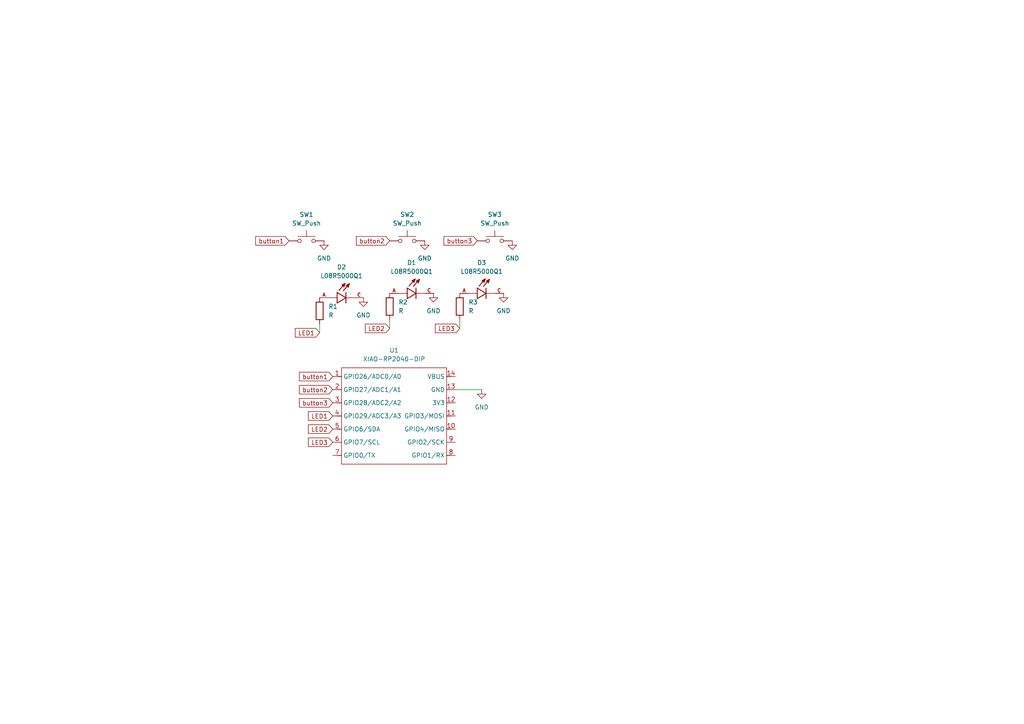
<source format=kicad_sch>
(kicad_sch
	(version 20250114)
	(generator "eeschema")
	(generator_version "9.0")
	(uuid "4300a03f-a91f-45d3-9d07-51c75ea27edd")
	(paper "A4")
	(lib_symbols
		(symbol "Device:R"
			(pin_numbers
				(hide yes)
			)
			(pin_names
				(offset 0)
			)
			(exclude_from_sim no)
			(in_bom yes)
			(on_board yes)
			(property "Reference" "R"
				(at 2.032 0 90)
				(effects
					(font
						(size 1.27 1.27)
					)
				)
			)
			(property "Value" "R"
				(at 0 0 90)
				(effects
					(font
						(size 1.27 1.27)
					)
				)
			)
			(property "Footprint" ""
				(at -1.778 0 90)
				(effects
					(font
						(size 1.27 1.27)
					)
					(hide yes)
				)
			)
			(property "Datasheet" "~"
				(at 0 0 0)
				(effects
					(font
						(size 1.27 1.27)
					)
					(hide yes)
				)
			)
			(property "Description" "Resistor"
				(at 0 0 0)
				(effects
					(font
						(size 1.27 1.27)
					)
					(hide yes)
				)
			)
			(property "ki_keywords" "R res resistor"
				(at 0 0 0)
				(effects
					(font
						(size 1.27 1.27)
					)
					(hide yes)
				)
			)
			(property "ki_fp_filters" "R_*"
				(at 0 0 0)
				(effects
					(font
						(size 1.27 1.27)
					)
					(hide yes)
				)
			)
			(symbol "R_0_1"
				(rectangle
					(start -1.016 -2.54)
					(end 1.016 2.54)
					(stroke
						(width 0.254)
						(type default)
					)
					(fill
						(type none)
					)
				)
			)
			(symbol "R_1_1"
				(pin passive line
					(at 0 3.81 270)
					(length 1.27)
					(name "~"
						(effects
							(font
								(size 1.27 1.27)
							)
						)
					)
					(number "1"
						(effects
							(font
								(size 1.27 1.27)
							)
						)
					)
				)
				(pin passive line
					(at 0 -3.81 90)
					(length 1.27)
					(name "~"
						(effects
							(font
								(size 1.27 1.27)
							)
						)
					)
					(number "2"
						(effects
							(font
								(size 1.27 1.27)
							)
						)
					)
				)
			)
			(embedded_fonts no)
		)
		(symbol "L08R5000Q1:L08R5000Q1"
			(pin_names
				(offset 1.016)
			)
			(exclude_from_sim no)
			(in_bom yes)
			(on_board yes)
			(property "Reference" "D"
				(at -3.0988 4.4958 0)
				(effects
					(font
						(size 1.27 1.27)
					)
					(justify left bottom)
				)
			)
			(property "Value" "L08R5000Q1"
				(at -3.556 -3.302 0)
				(effects
					(font
						(size 1.27 1.27)
					)
					(justify left bottom)
				)
			)
			(property "Footprint" "L08R5000Q1:LEDRD254W57D500H1070"
				(at 0 0 0)
				(effects
					(font
						(size 1.27 1.27)
					)
					(justify bottom)
					(hide yes)
				)
			)
			(property "Datasheet" ""
				(at 0 0 0)
				(effects
					(font
						(size 1.27 1.27)
					)
					(hide yes)
				)
			)
			(property "Description" ""
				(at 0 0 0)
				(effects
					(font
						(size 1.27 1.27)
					)
					(hide yes)
				)
			)
			(property "MF" "LED Technology"
				(at 0 0 0)
				(effects
					(font
						(size 1.27 1.27)
					)
					(justify bottom)
					(hide yes)
				)
			)
			(property "MAXIMUM_PACKAGE_HEIGHT" "10.7mm"
				(at 0 0 0)
				(effects
					(font
						(size 1.27 1.27)
					)
					(justify bottom)
					(hide yes)
				)
			)
			(property "Package" "None"
				(at 0 0 0)
				(effects
					(font
						(size 1.27 1.27)
					)
					(justify bottom)
					(hide yes)
				)
			)
			(property "Price" "None"
				(at 0 0 0)
				(effects
					(font
						(size 1.27 1.27)
					)
					(justify bottom)
					(hide yes)
				)
			)
			(property "Check_prices" "https://www.snapeda.com/parts/L08R5000Q1/LED+Technology/view-part/?ref=eda"
				(at 0 0 0)
				(effects
					(font
						(size 1.27 1.27)
					)
					(justify bottom)
					(hide yes)
				)
			)
			(property "STANDARD" "IPC-7351B"
				(at 0 0 0)
				(effects
					(font
						(size 1.27 1.27)
					)
					(justify bottom)
					(hide yes)
				)
			)
			(property "PARTREV" "NA"
				(at 0 0 0)
				(effects
					(font
						(size 1.27 1.27)
					)
					(justify bottom)
					(hide yes)
				)
			)
			(property "SnapEDA_Link" "https://www.snapeda.com/parts/L08R5000Q1/LED+Technology/view-part/?ref=snap"
				(at 0 0 0)
				(effects
					(font
						(size 1.27 1.27)
					)
					(justify bottom)
					(hide yes)
				)
			)
			(property "MP" "L08R5000Q1"
				(at 0 0 0)
				(effects
					(font
						(size 1.27 1.27)
					)
					(justify bottom)
					(hide yes)
				)
			)
			(property "Description_1" "LED, 5MM, ORANGE; LED / Lamp Size: 5mm / T-1 3/4; LED Colour: Orange; Typ Luminous Intensity: 4.3mcd; Viewing Angle: ..."
				(at 0 0 0)
				(effects
					(font
						(size 1.27 1.27)
					)
					(justify bottom)
					(hide yes)
				)
			)
			(property "Availability" "Not in stock"
				(at 0 0 0)
				(effects
					(font
						(size 1.27 1.27)
					)
					(justify bottom)
					(hide yes)
				)
			)
			(property "MANUFACTURER" "LED TECHNOLOGY"
				(at 0 0 0)
				(effects
					(font
						(size 1.27 1.27)
					)
					(justify bottom)
					(hide yes)
				)
			)
			(symbol "L08R5000Q1_0_0"
				(polyline
					(pts
						(xy -2.54 1.524) (xy -2.54 0)
					)
					(stroke
						(width 0.254)
						(type default)
					)
					(fill
						(type none)
					)
				)
				(polyline
					(pts
						(xy -2.54 0) (xy -5.08 0)
					)
					(stroke
						(width 0.1524)
						(type default)
					)
					(fill
						(type none)
					)
				)
				(polyline
					(pts
						(xy -2.54 0) (xy -2.54 -1.524)
					)
					(stroke
						(width 0.254)
						(type default)
					)
					(fill
						(type none)
					)
				)
				(polyline
					(pts
						(xy -2.54 -1.524) (xy 0 0)
					)
					(stroke
						(width 0.254)
						(type default)
					)
					(fill
						(type none)
					)
				)
				(polyline
					(pts
						(xy -1.1176 3.683) (xy -0.2286 4.1656)
					)
					(stroke
						(width 0.254)
						(type default)
					)
					(fill
						(type none)
					)
				)
				(polyline
					(pts
						(xy -0.9398 3.6068) (xy -0.7112 3.7592)
					)
					(stroke
						(width 0.254)
						(type default)
					)
					(fill
						(type none)
					)
				)
				(polyline
					(pts
						(xy -0.5588 3.2004) (xy -1.1176 3.683)
					)
					(stroke
						(width 0.254)
						(type default)
					)
					(fill
						(type none)
					)
				)
				(polyline
					(pts
						(xy -0.5588 3.2004) (xy -0.5334 3.937)
					)
					(stroke
						(width 0.254)
						(type default)
					)
					(fill
						(type none)
					)
				)
				(polyline
					(pts
						(xy -0.5334 3.937) (xy -0.6604 3.937)
					)
					(stroke
						(width 0.254)
						(type default)
					)
					(fill
						(type none)
					)
				)
				(polyline
					(pts
						(xy -0.2286 4.1656) (xy -2.0066 2.1336)
					)
					(stroke
						(width 0.254)
						(type default)
					)
					(fill
						(type none)
					)
				)
				(polyline
					(pts
						(xy -0.2286 4.1656) (xy -0.5588 3.2004)
					)
					(stroke
						(width 0.254)
						(type default)
					)
					(fill
						(type none)
					)
				)
				(polyline
					(pts
						(xy 0 1.524) (xy 0 0)
					)
					(stroke
						(width 0.254)
						(type default)
					)
					(fill
						(type none)
					)
				)
				(polyline
					(pts
						(xy 0 0) (xy -2.54 1.524)
					)
					(stroke
						(width 0.254)
						(type default)
					)
					(fill
						(type none)
					)
				)
				(polyline
					(pts
						(xy 0 0) (xy 0 -1.524)
					)
					(stroke
						(width 0.254)
						(type default)
					)
					(fill
						(type none)
					)
				)
				(polyline
					(pts
						(xy 0.127 3.5814) (xy 1.016 4.064)
					)
					(stroke
						(width 0.254)
						(type default)
					)
					(fill
						(type none)
					)
				)
				(polyline
					(pts
						(xy 0.3048 3.5052) (xy 0.5334 3.6576)
					)
					(stroke
						(width 0.254)
						(type default)
					)
					(fill
						(type none)
					)
				)
				(polyline
					(pts
						(xy 0.6858 3.0988) (xy 0.127 3.5814)
					)
					(stroke
						(width 0.254)
						(type default)
					)
					(fill
						(type none)
					)
				)
				(polyline
					(pts
						(xy 0.6858 3.0988) (xy 0.7112 3.8354)
					)
					(stroke
						(width 0.254)
						(type default)
					)
					(fill
						(type none)
					)
				)
				(polyline
					(pts
						(xy 0.7112 3.8354) (xy 0.5842 3.8354)
					)
					(stroke
						(width 0.254)
						(type default)
					)
					(fill
						(type none)
					)
				)
				(polyline
					(pts
						(xy 1.016 4.064) (xy -0.762 2.032)
					)
					(stroke
						(width 0.254)
						(type default)
					)
					(fill
						(type none)
					)
				)
				(polyline
					(pts
						(xy 1.016 4.064) (xy 0.6858 3.0988)
					)
					(stroke
						(width 0.254)
						(type default)
					)
					(fill
						(type none)
					)
				)
				(polyline
					(pts
						(xy 2.54 0) (xy 0 0)
					)
					(stroke
						(width 0.1524)
						(type default)
					)
					(fill
						(type none)
					)
				)
				(pin passive line
					(at -7.62 0 0)
					(length 2.54)
					(name "~"
						(effects
							(font
								(size 1.016 1.016)
							)
						)
					)
					(number "A"
						(effects
							(font
								(size 1.016 1.016)
							)
						)
					)
				)
				(pin passive line
					(at 5.08 0 180)
					(length 2.54)
					(name "~"
						(effects
							(font
								(size 1.016 1.016)
							)
						)
					)
					(number "C"
						(effects
							(font
								(size 1.016 1.016)
							)
						)
					)
				)
			)
			(embedded_fonts no)
		)
		(symbol "Seeed_Studio_XIAO_Series:XIAO-RP2040-DIP"
			(exclude_from_sim no)
			(in_bom yes)
			(on_board yes)
			(property "Reference" "U"
				(at 0 0 0)
				(effects
					(font
						(size 1.27 1.27)
					)
				)
			)
			(property "Value" "XIAO-RP2040-DIP"
				(at 5.334 -1.778 0)
				(effects
					(font
						(size 1.27 1.27)
					)
				)
			)
			(property "Footprint" "Module:MOUDLE14P-XIAO-DIP-SMD"
				(at 14.478 -32.258 0)
				(effects
					(font
						(size 1.27 1.27)
					)
					(hide yes)
				)
			)
			(property "Datasheet" ""
				(at 0 0 0)
				(effects
					(font
						(size 1.27 1.27)
					)
					(hide yes)
				)
			)
			(property "Description" ""
				(at 0 0 0)
				(effects
					(font
						(size 1.27 1.27)
					)
					(hide yes)
				)
			)
			(symbol "XIAO-RP2040-DIP_1_0"
				(polyline
					(pts
						(xy -1.27 -2.54) (xy 29.21 -2.54)
					)
					(stroke
						(width 0.1524)
						(type solid)
					)
					(fill
						(type none)
					)
				)
				(polyline
					(pts
						(xy -1.27 -5.08) (xy -2.54 -5.08)
					)
					(stroke
						(width 0.1524)
						(type solid)
					)
					(fill
						(type none)
					)
				)
				(polyline
					(pts
						(xy -1.27 -5.08) (xy -1.27 -2.54)
					)
					(stroke
						(width 0.1524)
						(type solid)
					)
					(fill
						(type none)
					)
				)
				(polyline
					(pts
						(xy -1.27 -8.89) (xy -2.54 -8.89)
					)
					(stroke
						(width 0.1524)
						(type solid)
					)
					(fill
						(type none)
					)
				)
				(polyline
					(pts
						(xy -1.27 -8.89) (xy -1.27 -5.08)
					)
					(stroke
						(width 0.1524)
						(type solid)
					)
					(fill
						(type none)
					)
				)
				(polyline
					(pts
						(xy -1.27 -12.7) (xy -2.54 -12.7)
					)
					(stroke
						(width 0.1524)
						(type solid)
					)
					(fill
						(type none)
					)
				)
				(polyline
					(pts
						(xy -1.27 -12.7) (xy -1.27 -8.89)
					)
					(stroke
						(width 0.1524)
						(type solid)
					)
					(fill
						(type none)
					)
				)
				(polyline
					(pts
						(xy -1.27 -16.51) (xy -2.54 -16.51)
					)
					(stroke
						(width 0.1524)
						(type solid)
					)
					(fill
						(type none)
					)
				)
				(polyline
					(pts
						(xy -1.27 -16.51) (xy -1.27 -12.7)
					)
					(stroke
						(width 0.1524)
						(type solid)
					)
					(fill
						(type none)
					)
				)
				(polyline
					(pts
						(xy -1.27 -20.32) (xy -2.54 -20.32)
					)
					(stroke
						(width 0.1524)
						(type solid)
					)
					(fill
						(type none)
					)
				)
				(polyline
					(pts
						(xy -1.27 -24.13) (xy -2.54 -24.13)
					)
					(stroke
						(width 0.1524)
						(type solid)
					)
					(fill
						(type none)
					)
				)
				(polyline
					(pts
						(xy -1.27 -27.94) (xy -2.54 -27.94)
					)
					(stroke
						(width 0.1524)
						(type solid)
					)
					(fill
						(type none)
					)
				)
				(polyline
					(pts
						(xy -1.27 -30.48) (xy -1.27 -16.51)
					)
					(stroke
						(width 0.1524)
						(type solid)
					)
					(fill
						(type none)
					)
				)
				(polyline
					(pts
						(xy 29.21 -2.54) (xy 29.21 -5.08)
					)
					(stroke
						(width 0.1524)
						(type solid)
					)
					(fill
						(type none)
					)
				)
				(polyline
					(pts
						(xy 29.21 -5.08) (xy 29.21 -8.89)
					)
					(stroke
						(width 0.1524)
						(type solid)
					)
					(fill
						(type none)
					)
				)
				(polyline
					(pts
						(xy 29.21 -8.89) (xy 29.21 -12.7)
					)
					(stroke
						(width 0.1524)
						(type solid)
					)
					(fill
						(type none)
					)
				)
				(polyline
					(pts
						(xy 29.21 -12.7) (xy 29.21 -30.48)
					)
					(stroke
						(width 0.1524)
						(type solid)
					)
					(fill
						(type none)
					)
				)
				(polyline
					(pts
						(xy 29.21 -30.48) (xy -1.27 -30.48)
					)
					(stroke
						(width 0.1524)
						(type solid)
					)
					(fill
						(type none)
					)
				)
				(polyline
					(pts
						(xy 30.48 -5.08) (xy 29.21 -5.08)
					)
					(stroke
						(width 0.1524)
						(type solid)
					)
					(fill
						(type none)
					)
				)
				(polyline
					(pts
						(xy 30.48 -8.89) (xy 29.21 -8.89)
					)
					(stroke
						(width 0.1524)
						(type solid)
					)
					(fill
						(type none)
					)
				)
				(polyline
					(pts
						(xy 30.48 -12.7) (xy 29.21 -12.7)
					)
					(stroke
						(width 0.1524)
						(type solid)
					)
					(fill
						(type none)
					)
				)
				(polyline
					(pts
						(xy 30.48 -16.51) (xy 29.21 -16.51)
					)
					(stroke
						(width 0.1524)
						(type solid)
					)
					(fill
						(type none)
					)
				)
				(polyline
					(pts
						(xy 30.48 -20.32) (xy 29.21 -20.32)
					)
					(stroke
						(width 0.1524)
						(type solid)
					)
					(fill
						(type none)
					)
				)
				(polyline
					(pts
						(xy 30.48 -24.13) (xy 29.21 -24.13)
					)
					(stroke
						(width 0.1524)
						(type solid)
					)
					(fill
						(type none)
					)
				)
				(polyline
					(pts
						(xy 30.48 -27.94) (xy 29.21 -27.94)
					)
					(stroke
						(width 0.1524)
						(type solid)
					)
					(fill
						(type none)
					)
				)
				(pin passive line
					(at -3.81 -5.08 0)
					(length 2.54)
					(name "GPIO26/ADC0/A0"
						(effects
							(font
								(size 1.27 1.27)
							)
						)
					)
					(number "1"
						(effects
							(font
								(size 1.27 1.27)
							)
						)
					)
				)
				(pin passive line
					(at -3.81 -8.89 0)
					(length 2.54)
					(name "GPIO27/ADC1/A1"
						(effects
							(font
								(size 1.27 1.27)
							)
						)
					)
					(number "2"
						(effects
							(font
								(size 1.27 1.27)
							)
						)
					)
				)
				(pin passive line
					(at -3.81 -12.7 0)
					(length 2.54)
					(name "GPIO28/ADC2/A2"
						(effects
							(font
								(size 1.27 1.27)
							)
						)
					)
					(number "3"
						(effects
							(font
								(size 1.27 1.27)
							)
						)
					)
				)
				(pin passive line
					(at -3.81 -16.51 0)
					(length 2.54)
					(name "GPIO29/ADC3/A3"
						(effects
							(font
								(size 1.27 1.27)
							)
						)
					)
					(number "4"
						(effects
							(font
								(size 1.27 1.27)
							)
						)
					)
				)
				(pin passive line
					(at -3.81 -20.32 0)
					(length 2.54)
					(name "GPIO6/SDA"
						(effects
							(font
								(size 1.27 1.27)
							)
						)
					)
					(number "5"
						(effects
							(font
								(size 1.27 1.27)
							)
						)
					)
				)
				(pin passive line
					(at -3.81 -24.13 0)
					(length 2.54)
					(name "GPIO7/SCL"
						(effects
							(font
								(size 1.27 1.27)
							)
						)
					)
					(number "6"
						(effects
							(font
								(size 1.27 1.27)
							)
						)
					)
				)
				(pin passive line
					(at -3.81 -27.94 0)
					(length 2.54)
					(name "GPIO0/TX"
						(effects
							(font
								(size 1.27 1.27)
							)
						)
					)
					(number "7"
						(effects
							(font
								(size 1.27 1.27)
							)
						)
					)
				)
				(pin passive line
					(at 31.75 -5.08 180)
					(length 2.54)
					(name "VBUS"
						(effects
							(font
								(size 1.27 1.27)
							)
						)
					)
					(number "14"
						(effects
							(font
								(size 1.27 1.27)
							)
						)
					)
				)
				(pin passive line
					(at 31.75 -8.89 180)
					(length 2.54)
					(name "GND"
						(effects
							(font
								(size 1.27 1.27)
							)
						)
					)
					(number "13"
						(effects
							(font
								(size 1.27 1.27)
							)
						)
					)
				)
				(pin passive line
					(at 31.75 -12.7 180)
					(length 2.54)
					(name "3V3"
						(effects
							(font
								(size 1.27 1.27)
							)
						)
					)
					(number "12"
						(effects
							(font
								(size 1.27 1.27)
							)
						)
					)
				)
				(pin passive line
					(at 31.75 -16.51 180)
					(length 2.54)
					(name "GPIO3/MOSI"
						(effects
							(font
								(size 1.27 1.27)
							)
						)
					)
					(number "11"
						(effects
							(font
								(size 1.27 1.27)
							)
						)
					)
				)
				(pin passive line
					(at 31.75 -20.32 180)
					(length 2.54)
					(name "GPIO4/MISO"
						(effects
							(font
								(size 1.27 1.27)
							)
						)
					)
					(number "10"
						(effects
							(font
								(size 1.27 1.27)
							)
						)
					)
				)
				(pin passive line
					(at 31.75 -24.13 180)
					(length 2.54)
					(name "GPIO2/SCK"
						(effects
							(font
								(size 1.27 1.27)
							)
						)
					)
					(number "9"
						(effects
							(font
								(size 1.27 1.27)
							)
						)
					)
				)
				(pin passive line
					(at 31.75 -27.94 180)
					(length 2.54)
					(name "GPIO1/RX"
						(effects
							(font
								(size 1.27 1.27)
							)
						)
					)
					(number "8"
						(effects
							(font
								(size 1.27 1.27)
							)
						)
					)
				)
			)
			(embedded_fonts no)
		)
		(symbol "Switch:SW_Push"
			(pin_numbers
				(hide yes)
			)
			(pin_names
				(offset 1.016)
				(hide yes)
			)
			(exclude_from_sim no)
			(in_bom yes)
			(on_board yes)
			(property "Reference" "SW"
				(at 1.27 2.54 0)
				(effects
					(font
						(size 1.27 1.27)
					)
					(justify left)
				)
			)
			(property "Value" "SW_Push"
				(at 0 -1.524 0)
				(effects
					(font
						(size 1.27 1.27)
					)
				)
			)
			(property "Footprint" ""
				(at 0 5.08 0)
				(effects
					(font
						(size 1.27 1.27)
					)
					(hide yes)
				)
			)
			(property "Datasheet" "~"
				(at 0 5.08 0)
				(effects
					(font
						(size 1.27 1.27)
					)
					(hide yes)
				)
			)
			(property "Description" "Push button switch, generic, two pins"
				(at 0 0 0)
				(effects
					(font
						(size 1.27 1.27)
					)
					(hide yes)
				)
			)
			(property "ki_keywords" "switch normally-open pushbutton push-button"
				(at 0 0 0)
				(effects
					(font
						(size 1.27 1.27)
					)
					(hide yes)
				)
			)
			(symbol "SW_Push_0_1"
				(circle
					(center -2.032 0)
					(radius 0.508)
					(stroke
						(width 0)
						(type default)
					)
					(fill
						(type none)
					)
				)
				(polyline
					(pts
						(xy 0 1.27) (xy 0 3.048)
					)
					(stroke
						(width 0)
						(type default)
					)
					(fill
						(type none)
					)
				)
				(circle
					(center 2.032 0)
					(radius 0.508)
					(stroke
						(width 0)
						(type default)
					)
					(fill
						(type none)
					)
				)
				(polyline
					(pts
						(xy 2.54 1.27) (xy -2.54 1.27)
					)
					(stroke
						(width 0)
						(type default)
					)
					(fill
						(type none)
					)
				)
				(pin passive line
					(at -5.08 0 0)
					(length 2.54)
					(name "1"
						(effects
							(font
								(size 1.27 1.27)
							)
						)
					)
					(number "1"
						(effects
							(font
								(size 1.27 1.27)
							)
						)
					)
				)
				(pin passive line
					(at 5.08 0 180)
					(length 2.54)
					(name "2"
						(effects
							(font
								(size 1.27 1.27)
							)
						)
					)
					(number "2"
						(effects
							(font
								(size 1.27 1.27)
							)
						)
					)
				)
			)
			(embedded_fonts no)
		)
		(symbol "power:GND"
			(power)
			(pin_numbers
				(hide yes)
			)
			(pin_names
				(offset 0)
				(hide yes)
			)
			(exclude_from_sim no)
			(in_bom yes)
			(on_board yes)
			(property "Reference" "#PWR"
				(at 0 -6.35 0)
				(effects
					(font
						(size 1.27 1.27)
					)
					(hide yes)
				)
			)
			(property "Value" "GND"
				(at 0 -3.81 0)
				(effects
					(font
						(size 1.27 1.27)
					)
				)
			)
			(property "Footprint" ""
				(at 0 0 0)
				(effects
					(font
						(size 1.27 1.27)
					)
					(hide yes)
				)
			)
			(property "Datasheet" ""
				(at 0 0 0)
				(effects
					(font
						(size 1.27 1.27)
					)
					(hide yes)
				)
			)
			(property "Description" "Power symbol creates a global label with name \"GND\" , ground"
				(at 0 0 0)
				(effects
					(font
						(size 1.27 1.27)
					)
					(hide yes)
				)
			)
			(property "ki_keywords" "global power"
				(at 0 0 0)
				(effects
					(font
						(size 1.27 1.27)
					)
					(hide yes)
				)
			)
			(symbol "GND_0_1"
				(polyline
					(pts
						(xy 0 0) (xy 0 -1.27) (xy 1.27 -1.27) (xy 0 -2.54) (xy -1.27 -1.27) (xy 0 -1.27)
					)
					(stroke
						(width 0)
						(type default)
					)
					(fill
						(type none)
					)
				)
			)
			(symbol "GND_1_1"
				(pin power_in line
					(at 0 0 270)
					(length 0)
					(name "~"
						(effects
							(font
								(size 1.27 1.27)
							)
						)
					)
					(number "1"
						(effects
							(font
								(size 1.27 1.27)
							)
						)
					)
				)
			)
			(embedded_fonts no)
		)
	)
	(wire
		(pts
			(xy 92.71 93.98) (xy 92.71 96.52)
		)
		(stroke
			(width 0)
			(type default)
		)
		(uuid "4942407b-c7ac-4606-8bdc-1b7d74ae05c3")
	)
	(wire
		(pts
			(xy 132.08 113.03) (xy 139.7 113.03)
		)
		(stroke
			(width 0)
			(type default)
		)
		(uuid "4dfba811-dd20-4778-bf34-f03c78e13ab9")
	)
	(wire
		(pts
			(xy 133.35 92.71) (xy 133.35 95.25)
		)
		(stroke
			(width 0)
			(type default)
		)
		(uuid "ad1ef856-d6b8-4627-bfa0-4f605d64732a")
	)
	(wire
		(pts
			(xy 113.03 92.71) (xy 113.03 95.25)
		)
		(stroke
			(width 0)
			(type default)
		)
		(uuid "e608c034-2290-4477-99c5-3f8bbbbdec49")
	)
	(global_label "LED3"
		(shape input)
		(at 96.52 128.27 180)
		(fields_autoplaced yes)
		(effects
			(font
				(size 1.27 1.27)
			)
			(justify right)
		)
		(uuid "14c1e076-8166-4b9e-92a1-e581617f92c6")
		(property "Intersheetrefs" "${INTERSHEET_REFS}"
			(at 88.8782 128.27 0)
			(effects
				(font
					(size 1.27 1.27)
				)
				(justify right)
				(hide yes)
			)
		)
	)
	(global_label "LED2"
		(shape input)
		(at 96.52 124.46 180)
		(fields_autoplaced yes)
		(effects
			(font
				(size 1.27 1.27)
			)
			(justify right)
		)
		(uuid "2100ebbe-43f6-4843-999c-ae0576812d0c")
		(property "Intersheetrefs" "${INTERSHEET_REFS}"
			(at 88.8782 124.46 0)
			(effects
				(font
					(size 1.27 1.27)
				)
				(justify right)
				(hide yes)
			)
		)
	)
	(global_label "LED1"
		(shape input)
		(at 96.52 120.65 180)
		(fields_autoplaced yes)
		(effects
			(font
				(size 1.27 1.27)
			)
			(justify right)
		)
		(uuid "28f0da10-3a64-400f-b157-429442af9b1b")
		(property "Intersheetrefs" "${INTERSHEET_REFS}"
			(at 88.8782 120.65 0)
			(effects
				(font
					(size 1.27 1.27)
				)
				(justify right)
				(hide yes)
			)
		)
	)
	(global_label "button2"
		(shape input)
		(at 113.03 69.85 180)
		(fields_autoplaced yes)
		(effects
			(font
				(size 1.27 1.27)
			)
			(justify right)
		)
		(uuid "7fb310d8-4fde-4fa7-bf99-242525fb31d7")
		(property "Intersheetrefs" "${INTERSHEET_REFS}"
			(at 102.7879 69.85 0)
			(effects
				(font
					(size 1.27 1.27)
				)
				(justify right)
				(hide yes)
			)
		)
	)
	(global_label "button1"
		(shape input)
		(at 83.82 69.85 180)
		(fields_autoplaced yes)
		(effects
			(font
				(size 1.27 1.27)
			)
			(justify right)
		)
		(uuid "82a62d9d-a1a9-4473-813c-2e7cbd9ef358")
		(property "Intersheetrefs" "${INTERSHEET_REFS}"
			(at 73.5779 69.85 0)
			(effects
				(font
					(size 1.27 1.27)
				)
				(justify right)
				(hide yes)
			)
		)
	)
	(global_label "button3"
		(shape input)
		(at 138.43 69.85 180)
		(fields_autoplaced yes)
		(effects
			(font
				(size 1.27 1.27)
			)
			(justify right)
		)
		(uuid "99f41755-c7f5-40f7-b947-81507a2a584f")
		(property "Intersheetrefs" "${INTERSHEET_REFS}"
			(at 128.1879 69.85 0)
			(effects
				(font
					(size 1.27 1.27)
				)
				(justify right)
				(hide yes)
			)
		)
	)
	(global_label "LED1"
		(shape input)
		(at 92.71 96.52 180)
		(fields_autoplaced yes)
		(effects
			(font
				(size 1.27 1.27)
			)
			(justify right)
		)
		(uuid "a93a6f88-915f-4aa2-84b9-e7a82d39bb44")
		(property "Intersheetrefs" "${INTERSHEET_REFS}"
			(at 85.0682 96.52 0)
			(effects
				(font
					(size 1.27 1.27)
				)
				(justify right)
				(hide yes)
			)
		)
	)
	(global_label "button1"
		(shape input)
		(at 96.52 109.22 180)
		(fields_autoplaced yes)
		(effects
			(font
				(size 1.27 1.27)
			)
			(justify right)
		)
		(uuid "d05a9e55-cee3-4f32-9ea9-db445edf2c10")
		(property "Intersheetrefs" "${INTERSHEET_REFS}"
			(at 86.2779 109.22 0)
			(effects
				(font
					(size 1.27 1.27)
				)
				(justify right)
				(hide yes)
			)
		)
	)
	(global_label "LED2"
		(shape input)
		(at 113.03 95.25 180)
		(fields_autoplaced yes)
		(effects
			(font
				(size 1.27 1.27)
			)
			(justify right)
		)
		(uuid "e3e6e434-8e16-4425-89fe-4bb677096eee")
		(property "Intersheetrefs" "${INTERSHEET_REFS}"
			(at 105.3882 95.25 0)
			(effects
				(font
					(size 1.27 1.27)
				)
				(justify right)
				(hide yes)
			)
		)
	)
	(global_label "button2"
		(shape input)
		(at 96.52 113.03 180)
		(fields_autoplaced yes)
		(effects
			(font
				(size 1.27 1.27)
			)
			(justify right)
		)
		(uuid "e856250e-21d3-421d-9fe9-c18ae8b79c26")
		(property "Intersheetrefs" "${INTERSHEET_REFS}"
			(at 86.2779 113.03 0)
			(effects
				(font
					(size 1.27 1.27)
				)
				(justify right)
				(hide yes)
			)
		)
	)
	(global_label "button3"
		(shape input)
		(at 96.52 116.84 180)
		(fields_autoplaced yes)
		(effects
			(font
				(size 1.27 1.27)
			)
			(justify right)
		)
		(uuid "e9f2f1eb-7943-440d-ad10-5fccf604b3f9")
		(property "Intersheetrefs" "${INTERSHEET_REFS}"
			(at 86.2779 116.84 0)
			(effects
				(font
					(size 1.27 1.27)
				)
				(justify right)
				(hide yes)
			)
		)
	)
	(global_label "LED3"
		(shape input)
		(at 133.35 95.25 180)
		(fields_autoplaced yes)
		(effects
			(font
				(size 1.27 1.27)
			)
			(justify right)
		)
		(uuid "f069af6f-d3a0-4441-981a-1eeafe161b5e")
		(property "Intersheetrefs" "${INTERSHEET_REFS}"
			(at 125.7082 95.25 0)
			(effects
				(font
					(size 1.27 1.27)
				)
				(justify right)
				(hide yes)
			)
		)
	)
	(symbol
		(lib_id "power:GND")
		(at 105.41 86.36 0)
		(unit 1)
		(exclude_from_sim no)
		(in_bom yes)
		(on_board yes)
		(dnp no)
		(fields_autoplaced yes)
		(uuid "050d989a-ec1c-4e8c-b772-bbf28a9866f2")
		(property "Reference" "#PWR05"
			(at 105.41 92.71 0)
			(effects
				(font
					(size 1.27 1.27)
				)
				(hide yes)
			)
		)
		(property "Value" "GND"
			(at 105.41 91.44 0)
			(effects
				(font
					(size 1.27 1.27)
				)
			)
		)
		(property "Footprint" ""
			(at 105.41 86.36 0)
			(effects
				(font
					(size 1.27 1.27)
				)
				(hide yes)
			)
		)
		(property "Datasheet" ""
			(at 105.41 86.36 0)
			(effects
				(font
					(size 1.27 1.27)
				)
				(hide yes)
			)
		)
		(property "Description" "Power symbol creates a global label with name \"GND\" , ground"
			(at 105.41 86.36 0)
			(effects
				(font
					(size 1.27 1.27)
				)
				(hide yes)
			)
		)
		(pin "1"
			(uuid "33f9ce61-e918-4acf-8f9b-e26e0b5f4861")
		)
		(instances
			(project ""
				(path "/4300a03f-a91f-45d3-9d07-51c75ea27edd"
					(reference "#PWR05")
					(unit 1)
				)
			)
		)
	)
	(symbol
		(lib_id "power:GND")
		(at 146.05 85.09 0)
		(unit 1)
		(exclude_from_sim no)
		(in_bom yes)
		(on_board yes)
		(dnp no)
		(fields_autoplaced yes)
		(uuid "351011e3-69b6-4ba6-aa0b-6f6b770a7d06")
		(property "Reference" "#PWR07"
			(at 146.05 91.44 0)
			(effects
				(font
					(size 1.27 1.27)
				)
				(hide yes)
			)
		)
		(property "Value" "GND"
			(at 146.05 90.17 0)
			(effects
				(font
					(size 1.27 1.27)
				)
			)
		)
		(property "Footprint" ""
			(at 146.05 85.09 0)
			(effects
				(font
					(size 1.27 1.27)
				)
				(hide yes)
			)
		)
		(property "Datasheet" ""
			(at 146.05 85.09 0)
			(effects
				(font
					(size 1.27 1.27)
				)
				(hide yes)
			)
		)
		(property "Description" "Power symbol creates a global label with name \"GND\" , ground"
			(at 146.05 85.09 0)
			(effects
				(font
					(size 1.27 1.27)
				)
				(hide yes)
			)
		)
		(pin "1"
			(uuid "7c4996b3-8aed-4e59-93f3-6dd1667e8263")
		)
		(instances
			(project ""
				(path "/4300a03f-a91f-45d3-9d07-51c75ea27edd"
					(reference "#PWR07")
					(unit 1)
				)
			)
		)
	)
	(symbol
		(lib_id "Switch:SW_Push")
		(at 143.51 69.85 0)
		(unit 1)
		(exclude_from_sim no)
		(in_bom yes)
		(on_board yes)
		(dnp no)
		(fields_autoplaced yes)
		(uuid "358b3c95-d632-4ba0-a868-e77c8295625c")
		(property "Reference" "SW3"
			(at 143.51 62.23 0)
			(effects
				(font
					(size 1.27 1.27)
				)
			)
		)
		(property "Value" "SW_Push"
			(at 143.51 64.77 0)
			(effects
				(font
					(size 1.27 1.27)
				)
			)
		)
		(property "Footprint" "Button_Switch_Keyboard:SW_Cherry_MX_1.00u_PCB"
			(at 143.51 64.77 0)
			(effects
				(font
					(size 1.27 1.27)
				)
				(hide yes)
			)
		)
		(property "Datasheet" "~"
			(at 143.51 64.77 0)
			(effects
				(font
					(size 1.27 1.27)
				)
				(hide yes)
			)
		)
		(property "Description" "Push button switch, generic, two pins"
			(at 143.51 69.85 0)
			(effects
				(font
					(size 1.27 1.27)
				)
				(hide yes)
			)
		)
		(pin "2"
			(uuid "1014d7f6-918b-4b9a-99ba-8d166bab6889")
		)
		(pin "1"
			(uuid "82fa58d0-cd3d-4789-a514-591274b9cecc")
		)
		(instances
			(project "Pathfinder"
				(path "/4300a03f-a91f-45d3-9d07-51c75ea27edd"
					(reference "SW3")
					(unit 1)
				)
			)
		)
	)
	(symbol
		(lib_id "Switch:SW_Push")
		(at 88.9 69.85 0)
		(unit 1)
		(exclude_from_sim no)
		(in_bom yes)
		(on_board yes)
		(dnp no)
		(fields_autoplaced yes)
		(uuid "7342bf81-c0e7-45cc-8eb5-66bb093862dd")
		(property "Reference" "SW1"
			(at 88.9 62.23 0)
			(effects
				(font
					(size 1.27 1.27)
				)
			)
		)
		(property "Value" "SW_Push"
			(at 88.9 64.77 0)
			(effects
				(font
					(size 1.27 1.27)
				)
			)
		)
		(property "Footprint" "Button_Switch_Keyboard:SW_Cherry_MX_1.00u_PCB"
			(at 88.9 64.77 0)
			(effects
				(font
					(size 1.27 1.27)
				)
				(hide yes)
			)
		)
		(property "Datasheet" "~"
			(at 88.9 64.77 0)
			(effects
				(font
					(size 1.27 1.27)
				)
				(hide yes)
			)
		)
		(property "Description" "Push button switch, generic, two pins"
			(at 88.9 69.85 0)
			(effects
				(font
					(size 1.27 1.27)
				)
				(hide yes)
			)
		)
		(pin "2"
			(uuid "44c405f4-37da-47cc-a5fb-0c66e327891a")
		)
		(pin "1"
			(uuid "91efb4d2-e40e-4bad-bde1-4fc70c2926fc")
		)
		(instances
			(project ""
				(path "/4300a03f-a91f-45d3-9d07-51c75ea27edd"
					(reference "SW1")
					(unit 1)
				)
			)
		)
	)
	(symbol
		(lib_id "power:GND")
		(at 123.19 69.85 0)
		(unit 1)
		(exclude_from_sim no)
		(in_bom yes)
		(on_board yes)
		(dnp no)
		(fields_autoplaced yes)
		(uuid "826cafed-5cd2-4b8a-928c-b1a74c4aea39")
		(property "Reference" "#PWR02"
			(at 123.19 76.2 0)
			(effects
				(font
					(size 1.27 1.27)
				)
				(hide yes)
			)
		)
		(property "Value" "GND"
			(at 123.19 74.93 0)
			(effects
				(font
					(size 1.27 1.27)
				)
			)
		)
		(property "Footprint" ""
			(at 123.19 69.85 0)
			(effects
				(font
					(size 1.27 1.27)
				)
				(hide yes)
			)
		)
		(property "Datasheet" ""
			(at 123.19 69.85 0)
			(effects
				(font
					(size 1.27 1.27)
				)
				(hide yes)
			)
		)
		(property "Description" "Power symbol creates a global label with name \"GND\" , ground"
			(at 123.19 69.85 0)
			(effects
				(font
					(size 1.27 1.27)
				)
				(hide yes)
			)
		)
		(pin "1"
			(uuid "7c9649fc-6068-40eb-9761-598a0895e1a6")
		)
		(instances
			(project ""
				(path "/4300a03f-a91f-45d3-9d07-51c75ea27edd"
					(reference "#PWR02")
					(unit 1)
				)
			)
		)
	)
	(symbol
		(lib_id "power:GND")
		(at 125.73 85.09 0)
		(unit 1)
		(exclude_from_sim no)
		(in_bom yes)
		(on_board yes)
		(dnp no)
		(fields_autoplaced yes)
		(uuid "8a126f93-d50d-4ded-aa97-dfd5c1b26010")
		(property "Reference" "#PWR06"
			(at 125.73 91.44 0)
			(effects
				(font
					(size 1.27 1.27)
				)
				(hide yes)
			)
		)
		(property "Value" "GND"
			(at 125.73 90.17 0)
			(effects
				(font
					(size 1.27 1.27)
				)
			)
		)
		(property "Footprint" ""
			(at 125.73 85.09 0)
			(effects
				(font
					(size 1.27 1.27)
				)
				(hide yes)
			)
		)
		(property "Datasheet" ""
			(at 125.73 85.09 0)
			(effects
				(font
					(size 1.27 1.27)
				)
				(hide yes)
			)
		)
		(property "Description" "Power symbol creates a global label with name \"GND\" , ground"
			(at 125.73 85.09 0)
			(effects
				(font
					(size 1.27 1.27)
				)
				(hide yes)
			)
		)
		(pin "1"
			(uuid "b9855eb7-dab6-4625-b5c5-ae4d30726460")
		)
		(instances
			(project ""
				(path "/4300a03f-a91f-45d3-9d07-51c75ea27edd"
					(reference "#PWR06")
					(unit 1)
				)
			)
		)
	)
	(symbol
		(lib_id "Device:R")
		(at 113.03 88.9 0)
		(unit 1)
		(exclude_from_sim no)
		(in_bom yes)
		(on_board yes)
		(dnp no)
		(fields_autoplaced yes)
		(uuid "92eba5b4-911b-4120-bacb-4c26d2ca4bc4")
		(property "Reference" "R2"
			(at 115.57 87.6299 0)
			(effects
				(font
					(size 1.27 1.27)
				)
				(justify left)
			)
		)
		(property "Value" "R"
			(at 115.57 90.1699 0)
			(effects
				(font
					(size 1.27 1.27)
				)
				(justify left)
			)
		)
		(property "Footprint" "Resistor_THT:R_Axial_DIN0204_L3.6mm_D1.6mm_P5.08mm_Horizontal"
			(at 111.252 88.9 90)
			(effects
				(font
					(size 1.27 1.27)
				)
				(hide yes)
			)
		)
		(property "Datasheet" "~"
			(at 113.03 88.9 0)
			(effects
				(font
					(size 1.27 1.27)
				)
				(hide yes)
			)
		)
		(property "Description" "Resistor"
			(at 113.03 88.9 0)
			(effects
				(font
					(size 1.27 1.27)
				)
				(hide yes)
			)
		)
		(pin "1"
			(uuid "3eff30ee-93fc-4969-abfd-4a5a079ac5c7")
		)
		(pin "2"
			(uuid "9a1865e6-551a-4620-a11a-048a01e57c8d")
		)
		(instances
			(project ""
				(path "/4300a03f-a91f-45d3-9d07-51c75ea27edd"
					(reference "R2")
					(unit 1)
				)
			)
		)
	)
	(symbol
		(lib_id "Switch:SW_Push")
		(at 118.11 69.85 0)
		(unit 1)
		(exclude_from_sim no)
		(in_bom yes)
		(on_board yes)
		(dnp no)
		(fields_autoplaced yes)
		(uuid "953976e6-e962-4751-872d-9bc796f898d2")
		(property "Reference" "SW2"
			(at 118.11 62.23 0)
			(effects
				(font
					(size 1.27 1.27)
				)
			)
		)
		(property "Value" "SW_Push"
			(at 118.11 64.77 0)
			(effects
				(font
					(size 1.27 1.27)
				)
			)
		)
		(property "Footprint" "Button_Switch_Keyboard:SW_Cherry_MX_1.00u_PCB"
			(at 118.11 64.77 0)
			(effects
				(font
					(size 1.27 1.27)
				)
				(hide yes)
			)
		)
		(property "Datasheet" "~"
			(at 118.11 64.77 0)
			(effects
				(font
					(size 1.27 1.27)
				)
				(hide yes)
			)
		)
		(property "Description" "Push button switch, generic, two pins"
			(at 118.11 69.85 0)
			(effects
				(font
					(size 1.27 1.27)
				)
				(hide yes)
			)
		)
		(pin "2"
			(uuid "c3746ceb-ef2e-4e86-b975-1dbf4d702a2e")
		)
		(pin "1"
			(uuid "1ac9b884-ac78-41ca-aa74-2517e3fb7119")
		)
		(instances
			(project "Pathfinder"
				(path "/4300a03f-a91f-45d3-9d07-51c75ea27edd"
					(reference "SW2")
					(unit 1)
				)
			)
		)
	)
	(symbol
		(lib_id "L08R5000Q1:L08R5000Q1")
		(at 140.97 85.09 0)
		(unit 1)
		(exclude_from_sim no)
		(in_bom yes)
		(on_board yes)
		(dnp no)
		(fields_autoplaced yes)
		(uuid "957074c1-5a18-4f5e-a073-90a0d2c6eb6b")
		(property "Reference" "D3"
			(at 139.7 76.2 0)
			(effects
				(font
					(size 1.27 1.27)
				)
			)
		)
		(property "Value" "L08R5000Q1"
			(at 139.7 78.74 0)
			(effects
				(font
					(size 1.27 1.27)
				)
			)
		)
		(property "Footprint" "footprints:LEDRD254W57D500H1070"
			(at 140.97 85.09 0)
			(effects
				(font
					(size 1.27 1.27)
				)
				(justify bottom)
				(hide yes)
			)
		)
		(property "Datasheet" ""
			(at 140.97 85.09 0)
			(effects
				(font
					(size 1.27 1.27)
				)
				(hide yes)
			)
		)
		(property "Description" ""
			(at 140.97 85.09 0)
			(effects
				(font
					(size 1.27 1.27)
				)
				(hide yes)
			)
		)
		(property "MF" "LED Technology"
			(at 140.97 85.09 0)
			(effects
				(font
					(size 1.27 1.27)
				)
				(justify bottom)
				(hide yes)
			)
		)
		(property "MAXIMUM_PACKAGE_HEIGHT" "10.7mm"
			(at 140.97 85.09 0)
			(effects
				(font
					(size 1.27 1.27)
				)
				(justify bottom)
				(hide yes)
			)
		)
		(property "Package" "None"
			(at 140.97 85.09 0)
			(effects
				(font
					(size 1.27 1.27)
				)
				(justify bottom)
				(hide yes)
			)
		)
		(property "Price" "None"
			(at 140.97 85.09 0)
			(effects
				(font
					(size 1.27 1.27)
				)
				(justify bottom)
				(hide yes)
			)
		)
		(property "Check_prices" "https://www.snapeda.com/parts/L08R5000Q1/LED+Technology/view-part/?ref=eda"
			(at 140.97 85.09 0)
			(effects
				(font
					(size 1.27 1.27)
				)
				(justify bottom)
				(hide yes)
			)
		)
		(property "STANDARD" "IPC-7351B"
			(at 140.97 85.09 0)
			(effects
				(font
					(size 1.27 1.27)
				)
				(justify bottom)
				(hide yes)
			)
		)
		(property "PARTREV" "NA"
			(at 140.97 85.09 0)
			(effects
				(font
					(size 1.27 1.27)
				)
				(justify bottom)
				(hide yes)
			)
		)
		(property "SnapEDA_Link" "https://www.snapeda.com/parts/L08R5000Q1/LED+Technology/view-part/?ref=snap"
			(at 140.97 85.09 0)
			(effects
				(font
					(size 1.27 1.27)
				)
				(justify bottom)
				(hide yes)
			)
		)
		(property "MP" "L08R5000Q1"
			(at 140.97 85.09 0)
			(effects
				(font
					(size 1.27 1.27)
				)
				(justify bottom)
				(hide yes)
			)
		)
		(property "Description_1" "LED, 5MM, ORANGE; LED / Lamp Size: 5mm / T-1 3/4; LED Colour: Orange; Typ Luminous Intensity: 4.3mcd; Viewing Angle: ..."
			(at 140.97 85.09 0)
			(effects
				(font
					(size 1.27 1.27)
				)
				(justify bottom)
				(hide yes)
			)
		)
		(property "Availability" "Not in stock"
			(at 140.97 85.09 0)
			(effects
				(font
					(size 1.27 1.27)
				)
				(justify bottom)
				(hide yes)
			)
		)
		(property "MANUFACTURER" "LED TECHNOLOGY"
			(at 140.97 85.09 0)
			(effects
				(font
					(size 1.27 1.27)
				)
				(justify bottom)
				(hide yes)
			)
		)
		(pin "C"
			(uuid "b50b77f5-33ec-4d8b-90b0-5d1434553c0b")
		)
		(pin "A"
			(uuid "326f53a7-45fc-4c0b-bd1b-6c2003488afe")
		)
		(instances
			(project ""
				(path "/4300a03f-a91f-45d3-9d07-51c75ea27edd"
					(reference "D3")
					(unit 1)
				)
			)
		)
	)
	(symbol
		(lib_id "power:GND")
		(at 148.59 69.85 0)
		(unit 1)
		(exclude_from_sim no)
		(in_bom yes)
		(on_board yes)
		(dnp no)
		(fields_autoplaced yes)
		(uuid "9b7fe0c6-755f-481b-b184-cc78a16e3355")
		(property "Reference" "#PWR03"
			(at 148.59 76.2 0)
			(effects
				(font
					(size 1.27 1.27)
				)
				(hide yes)
			)
		)
		(property "Value" "GND"
			(at 148.59 74.93 0)
			(effects
				(font
					(size 1.27 1.27)
				)
			)
		)
		(property "Footprint" ""
			(at 148.59 69.85 0)
			(effects
				(font
					(size 1.27 1.27)
				)
				(hide yes)
			)
		)
		(property "Datasheet" ""
			(at 148.59 69.85 0)
			(effects
				(font
					(size 1.27 1.27)
				)
				(hide yes)
			)
		)
		(property "Description" "Power symbol creates a global label with name \"GND\" , ground"
			(at 148.59 69.85 0)
			(effects
				(font
					(size 1.27 1.27)
				)
				(hide yes)
			)
		)
		(pin "1"
			(uuid "3fa2b3c7-a679-49d2-8f52-093b1d4f7a8f")
		)
		(instances
			(project ""
				(path "/4300a03f-a91f-45d3-9d07-51c75ea27edd"
					(reference "#PWR03")
					(unit 1)
				)
			)
		)
	)
	(symbol
		(lib_id "Device:R")
		(at 92.71 90.17 0)
		(unit 1)
		(exclude_from_sim no)
		(in_bom yes)
		(on_board yes)
		(dnp no)
		(fields_autoplaced yes)
		(uuid "a009e0de-cf97-4de2-a0a2-9a36b2c78d2d")
		(property "Reference" "R1"
			(at 95.25 88.8999 0)
			(effects
				(font
					(size 1.27 1.27)
				)
				(justify left)
			)
		)
		(property "Value" "R"
			(at 95.25 91.4399 0)
			(effects
				(font
					(size 1.27 1.27)
				)
				(justify left)
			)
		)
		(property "Footprint" "Resistor_THT:R_Axial_DIN0204_L3.6mm_D1.6mm_P5.08mm_Horizontal"
			(at 90.932 90.17 90)
			(effects
				(font
					(size 1.27 1.27)
				)
				(hide yes)
			)
		)
		(property "Datasheet" "~"
			(at 92.71 90.17 0)
			(effects
				(font
					(size 1.27 1.27)
				)
				(hide yes)
			)
		)
		(property "Description" "Resistor"
			(at 92.71 90.17 0)
			(effects
				(font
					(size 1.27 1.27)
				)
				(hide yes)
			)
		)
		(pin "2"
			(uuid "40049379-e034-4e98-91e7-187953c7c6e7")
		)
		(pin "1"
			(uuid "6679f5ab-0d97-4749-a833-ec5928630082")
		)
		(instances
			(project ""
				(path "/4300a03f-a91f-45d3-9d07-51c75ea27edd"
					(reference "R1")
					(unit 1)
				)
			)
		)
	)
	(symbol
		(lib_id "Seeed_Studio_XIAO_Series:XIAO-RP2040-DIP")
		(at 100.33 104.14 0)
		(unit 1)
		(exclude_from_sim no)
		(in_bom yes)
		(on_board yes)
		(dnp no)
		(fields_autoplaced yes)
		(uuid "aa3c7e10-04e7-40f6-9e81-287d48059927")
		(property "Reference" "U1"
			(at 114.3 101.6 0)
			(effects
				(font
					(size 1.27 1.27)
				)
			)
		)
		(property "Value" "XIAO-RP2040-DIP"
			(at 114.3 104.14 0)
			(effects
				(font
					(size 1.27 1.27)
				)
			)
		)
		(property "Footprint" "footprints:XIAO-RP2040-DIP"
			(at 114.808 136.398 0)
			(effects
				(font
					(size 1.27 1.27)
				)
				(hide yes)
			)
		)
		(property "Datasheet" ""
			(at 100.33 104.14 0)
			(effects
				(font
					(size 1.27 1.27)
				)
				(hide yes)
			)
		)
		(property "Description" ""
			(at 100.33 104.14 0)
			(effects
				(font
					(size 1.27 1.27)
				)
				(hide yes)
			)
		)
		(pin "5"
			(uuid "bec27ac1-f0d3-481c-88f0-85fe7887fcc8")
		)
		(pin "10"
			(uuid "a8abaad2-6380-44f7-8152-8f3e0e5320f4")
		)
		(pin "2"
			(uuid "3f9a57e3-4c2a-45c9-82c0-0e0896c1f5ce")
		)
		(pin "1"
			(uuid "07da2c97-9d73-4d2c-ad5f-38ed31d5861f")
		)
		(pin "4"
			(uuid "8fbc5daa-4cab-40c8-a6eb-581f712dacd0")
		)
		(pin "12"
			(uuid "d52ff055-cfcb-4a03-bff8-266bbd88dbc6")
		)
		(pin "7"
			(uuid "e98df1b9-eeee-47eb-aeca-5aba5cd57fae")
		)
		(pin "11"
			(uuid "0c5bb501-2b38-4ff8-bc39-91ff5532febd")
		)
		(pin "6"
			(uuid "7e53228a-0dbd-4b67-b270-f1fdede6de70")
		)
		(pin "14"
			(uuid "72f7a510-9c8e-4244-80de-96266289fb2b")
		)
		(pin "8"
			(uuid "0a069fc4-4cd7-459d-861b-5e2c35bcd94a")
		)
		(pin "3"
			(uuid "964cec7f-8d14-489b-9605-5c0a816954f2")
		)
		(pin "13"
			(uuid "c89396ff-4f19-4dd9-b998-1544cafc27da")
		)
		(pin "9"
			(uuid "a5f7f221-ad9e-4595-8c1f-27c823e2b3c2")
		)
		(instances
			(project ""
				(path "/4300a03f-a91f-45d3-9d07-51c75ea27edd"
					(reference "U1")
					(unit 1)
				)
			)
		)
	)
	(symbol
		(lib_id "power:GND")
		(at 93.98 69.85 0)
		(unit 1)
		(exclude_from_sim no)
		(in_bom yes)
		(on_board yes)
		(dnp no)
		(fields_autoplaced yes)
		(uuid "b0352876-1f5f-40e8-a8fc-90cf2f84fa53")
		(property "Reference" "#PWR01"
			(at 93.98 76.2 0)
			(effects
				(font
					(size 1.27 1.27)
				)
				(hide yes)
			)
		)
		(property "Value" "GND"
			(at 93.98 74.93 0)
			(effects
				(font
					(size 1.27 1.27)
				)
			)
		)
		(property "Footprint" ""
			(at 93.98 69.85 0)
			(effects
				(font
					(size 1.27 1.27)
				)
				(hide yes)
			)
		)
		(property "Datasheet" ""
			(at 93.98 69.85 0)
			(effects
				(font
					(size 1.27 1.27)
				)
				(hide yes)
			)
		)
		(property "Description" "Power symbol creates a global label with name \"GND\" , ground"
			(at 93.98 69.85 0)
			(effects
				(font
					(size 1.27 1.27)
				)
				(hide yes)
			)
		)
		(pin "1"
			(uuid "8ce065f5-c747-4012-bff3-1891bf3b2d06")
		)
		(instances
			(project ""
				(path "/4300a03f-a91f-45d3-9d07-51c75ea27edd"
					(reference "#PWR01")
					(unit 1)
				)
			)
		)
	)
	(symbol
		(lib_id "L08R5000Q1:L08R5000Q1")
		(at 100.33 86.36 0)
		(unit 1)
		(exclude_from_sim no)
		(in_bom yes)
		(on_board yes)
		(dnp no)
		(fields_autoplaced yes)
		(uuid "b7af908e-fe94-486a-ace9-68131dee85e9")
		(property "Reference" "D2"
			(at 99.06 77.47 0)
			(effects
				(font
					(size 1.27 1.27)
				)
			)
		)
		(property "Value" "L08R5000Q1"
			(at 99.06 80.01 0)
			(effects
				(font
					(size 1.27 1.27)
				)
			)
		)
		(property "Footprint" "footprints:LEDRD254W57D500H1070"
			(at 100.33 86.36 0)
			(effects
				(font
					(size 1.27 1.27)
				)
				(justify bottom)
				(hide yes)
			)
		)
		(property "Datasheet" ""
			(at 100.33 86.36 0)
			(effects
				(font
					(size 1.27 1.27)
				)
				(hide yes)
			)
		)
		(property "Description" ""
			(at 100.33 86.36 0)
			(effects
				(font
					(size 1.27 1.27)
				)
				(hide yes)
			)
		)
		(property "MF" "LED Technology"
			(at 100.33 86.36 0)
			(effects
				(font
					(size 1.27 1.27)
				)
				(justify bottom)
				(hide yes)
			)
		)
		(property "MAXIMUM_PACKAGE_HEIGHT" "10.7mm"
			(at 100.33 86.36 0)
			(effects
				(font
					(size 1.27 1.27)
				)
				(justify bottom)
				(hide yes)
			)
		)
		(property "Package" "None"
			(at 100.33 86.36 0)
			(effects
				(font
					(size 1.27 1.27)
				)
				(justify bottom)
				(hide yes)
			)
		)
		(property "Price" "None"
			(at 100.33 86.36 0)
			(effects
				(font
					(size 1.27 1.27)
				)
				(justify bottom)
				(hide yes)
			)
		)
		(property "Check_prices" "https://www.snapeda.com/parts/L08R5000Q1/LED+Technology/view-part/?ref=eda"
			(at 100.33 86.36 0)
			(effects
				(font
					(size 1.27 1.27)
				)
				(justify bottom)
				(hide yes)
			)
		)
		(property "STANDARD" "IPC-7351B"
			(at 100.33 86.36 0)
			(effects
				(font
					(size 1.27 1.27)
				)
				(justify bottom)
				(hide yes)
			)
		)
		(property "PARTREV" "NA"
			(at 100.33 86.36 0)
			(effects
				(font
					(size 1.27 1.27)
				)
				(justify bottom)
				(hide yes)
			)
		)
		(property "SnapEDA_Link" "https://www.snapeda.com/parts/L08R5000Q1/LED+Technology/view-part/?ref=snap"
			(at 100.33 86.36 0)
			(effects
				(font
					(size 1.27 1.27)
				)
				(justify bottom)
				(hide yes)
			)
		)
		(property "MP" "L08R5000Q1"
			(at 100.33 86.36 0)
			(effects
				(font
					(size 1.27 1.27)
				)
				(justify bottom)
				(hide yes)
			)
		)
		(property "Description_1" "LED, 5MM, ORANGE; LED / Lamp Size: 5mm / T-1 3/4; LED Colour: Orange; Typ Luminous Intensity: 4.3mcd; Viewing Angle: ..."
			(at 100.33 86.36 0)
			(effects
				(font
					(size 1.27 1.27)
				)
				(justify bottom)
				(hide yes)
			)
		)
		(property "Availability" "Not in stock"
			(at 100.33 86.36 0)
			(effects
				(font
					(size 1.27 1.27)
				)
				(justify bottom)
				(hide yes)
			)
		)
		(property "MANUFACTURER" "LED TECHNOLOGY"
			(at 100.33 86.36 0)
			(effects
				(font
					(size 1.27 1.27)
				)
				(justify bottom)
				(hide yes)
			)
		)
		(pin "A"
			(uuid "83937076-3893-4798-9742-8347e978cdf8")
		)
		(pin "C"
			(uuid "ac8193f2-5863-426c-8d87-f6444b401bb7")
		)
		(instances
			(project ""
				(path "/4300a03f-a91f-45d3-9d07-51c75ea27edd"
					(reference "D2")
					(unit 1)
				)
			)
		)
	)
	(symbol
		(lib_id "L08R5000Q1:L08R5000Q1")
		(at 120.65 85.09 0)
		(unit 1)
		(exclude_from_sim no)
		(in_bom yes)
		(on_board yes)
		(dnp no)
		(fields_autoplaced yes)
		(uuid "b9ec5414-43d6-4b13-9b11-ab0176a2fe45")
		(property "Reference" "D1"
			(at 119.38 76.2 0)
			(effects
				(font
					(size 1.27 1.27)
				)
			)
		)
		(property "Value" "L08R5000Q1"
			(at 119.38 78.74 0)
			(effects
				(font
					(size 1.27 1.27)
				)
			)
		)
		(property "Footprint" "footprints:LEDRD254W57D500H1070"
			(at 120.65 85.09 0)
			(effects
				(font
					(size 1.27 1.27)
				)
				(justify bottom)
				(hide yes)
			)
		)
		(property "Datasheet" ""
			(at 120.65 85.09 0)
			(effects
				(font
					(size 1.27 1.27)
				)
				(hide yes)
			)
		)
		(property "Description" ""
			(at 120.65 85.09 0)
			(effects
				(font
					(size 1.27 1.27)
				)
				(hide yes)
			)
		)
		(property "MF" "LED Technology"
			(at 120.65 85.09 0)
			(effects
				(font
					(size 1.27 1.27)
				)
				(justify bottom)
				(hide yes)
			)
		)
		(property "MAXIMUM_PACKAGE_HEIGHT" "10.7mm"
			(at 120.65 85.09 0)
			(effects
				(font
					(size 1.27 1.27)
				)
				(justify bottom)
				(hide yes)
			)
		)
		(property "Package" "None"
			(at 120.65 85.09 0)
			(effects
				(font
					(size 1.27 1.27)
				)
				(justify bottom)
				(hide yes)
			)
		)
		(property "Price" "None"
			(at 120.65 85.09 0)
			(effects
				(font
					(size 1.27 1.27)
				)
				(justify bottom)
				(hide yes)
			)
		)
		(property "Check_prices" "https://www.snapeda.com/parts/L08R5000Q1/LED+Technology/view-part/?ref=eda"
			(at 120.65 85.09 0)
			(effects
				(font
					(size 1.27 1.27)
				)
				(justify bottom)
				(hide yes)
			)
		)
		(property "STANDARD" "IPC-7351B"
			(at 120.65 85.09 0)
			(effects
				(font
					(size 1.27 1.27)
				)
				(justify bottom)
				(hide yes)
			)
		)
		(property "PARTREV" "NA"
			(at 120.65 85.09 0)
			(effects
				(font
					(size 1.27 1.27)
				)
				(justify bottom)
				(hide yes)
			)
		)
		(property "SnapEDA_Link" "https://www.snapeda.com/parts/L08R5000Q1/LED+Technology/view-part/?ref=snap"
			(at 120.65 85.09 0)
			(effects
				(font
					(size 1.27 1.27)
				)
				(justify bottom)
				(hide yes)
			)
		)
		(property "MP" "L08R5000Q1"
			(at 120.65 85.09 0)
			(effects
				(font
					(size 1.27 1.27)
				)
				(justify bottom)
				(hide yes)
			)
		)
		(property "Description_1" "LED, 5MM, ORANGE; LED / Lamp Size: 5mm / T-1 3/4; LED Colour: Orange; Typ Luminous Intensity: 4.3mcd; Viewing Angle: ..."
			(at 120.65 85.09 0)
			(effects
				(font
					(size 1.27 1.27)
				)
				(justify bottom)
				(hide yes)
			)
		)
		(property "Availability" "Not in stock"
			(at 120.65 85.09 0)
			(effects
				(font
					(size 1.27 1.27)
				)
				(justify bottom)
				(hide yes)
			)
		)
		(property "MANUFACTURER" "LED TECHNOLOGY"
			(at 120.65 85.09 0)
			(effects
				(font
					(size 1.27 1.27)
				)
				(justify bottom)
				(hide yes)
			)
		)
		(pin "A"
			(uuid "f90d0f42-abf7-4aa1-8187-2e865256e92e")
		)
		(pin "C"
			(uuid "28a3ab00-b49f-4591-8477-cd95a3bd02e0")
		)
		(instances
			(project ""
				(path "/4300a03f-a91f-45d3-9d07-51c75ea27edd"
					(reference "D1")
					(unit 1)
				)
			)
		)
	)
	(symbol
		(lib_id "Device:R")
		(at 133.35 88.9 0)
		(unit 1)
		(exclude_from_sim no)
		(in_bom yes)
		(on_board yes)
		(dnp no)
		(fields_autoplaced yes)
		(uuid "e06d2f09-927f-4add-88cd-d7ab5dc11554")
		(property "Reference" "R3"
			(at 135.89 87.6299 0)
			(effects
				(font
					(size 1.27 1.27)
				)
				(justify left)
			)
		)
		(property "Value" "R"
			(at 135.89 90.1699 0)
			(effects
				(font
					(size 1.27 1.27)
				)
				(justify left)
			)
		)
		(property "Footprint" "Resistor_THT:R_Axial_DIN0204_L3.6mm_D1.6mm_P5.08mm_Horizontal"
			(at 131.572 88.9 90)
			(effects
				(font
					(size 1.27 1.27)
				)
				(hide yes)
			)
		)
		(property "Datasheet" "~"
			(at 133.35 88.9 0)
			(effects
				(font
					(size 1.27 1.27)
				)
				(hide yes)
			)
		)
		(property "Description" "Resistor"
			(at 133.35 88.9 0)
			(effects
				(font
					(size 1.27 1.27)
				)
				(hide yes)
			)
		)
		(pin "1"
			(uuid "9e558f05-687c-4b2e-ba7c-7d5833cfef9f")
		)
		(pin "2"
			(uuid "e0a47c78-986b-48f0-a888-db82ff0e3769")
		)
		(instances
			(project ""
				(path "/4300a03f-a91f-45d3-9d07-51c75ea27edd"
					(reference "R3")
					(unit 1)
				)
			)
		)
	)
	(symbol
		(lib_id "power:GND")
		(at 139.7 113.03 0)
		(unit 1)
		(exclude_from_sim no)
		(in_bom yes)
		(on_board yes)
		(dnp no)
		(fields_autoplaced yes)
		(uuid "e40d2c65-f209-4675-b066-fb407aaee862")
		(property "Reference" "#PWR04"
			(at 139.7 119.38 0)
			(effects
				(font
					(size 1.27 1.27)
				)
				(hide yes)
			)
		)
		(property "Value" "GND"
			(at 139.7 118.11 0)
			(effects
				(font
					(size 1.27 1.27)
				)
			)
		)
		(property "Footprint" ""
			(at 139.7 113.03 0)
			(effects
				(font
					(size 1.27 1.27)
				)
				(hide yes)
			)
		)
		(property "Datasheet" ""
			(at 139.7 113.03 0)
			(effects
				(font
					(size 1.27 1.27)
				)
				(hide yes)
			)
		)
		(property "Description" "Power symbol creates a global label with name \"GND\" , ground"
			(at 139.7 113.03 0)
			(effects
				(font
					(size 1.27 1.27)
				)
				(hide yes)
			)
		)
		(pin "1"
			(uuid "55e7aacb-b217-4a0d-8973-16136befefc8")
		)
		(instances
			(project ""
				(path "/4300a03f-a91f-45d3-9d07-51c75ea27edd"
					(reference "#PWR04")
					(unit 1)
				)
			)
		)
	)
	(sheet_instances
		(path "/"
			(page "1")
		)
	)
	(embedded_fonts no)
)

</source>
